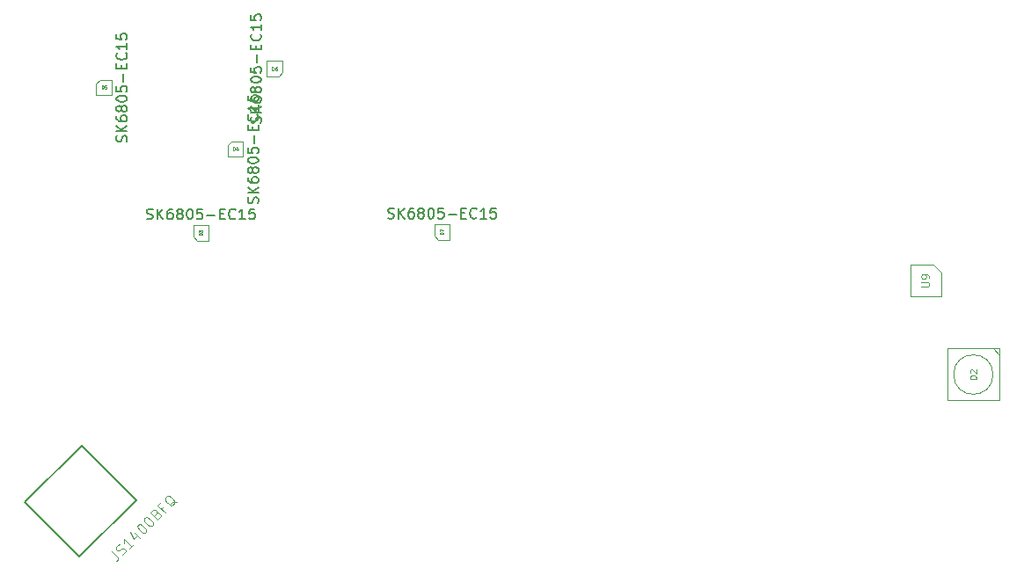
<source format=gbr>
G04 #@! TF.GenerationSoftware,KiCad,Pcbnew,5.1.10*
G04 #@! TF.CreationDate,2021-11-14T12:13:50+01:00*
G04 #@! TF.ProjectId,mch2021,6d636832-3032-4312-9e6b-696361645f70,3*
G04 #@! TF.SameCoordinates,Original*
G04 #@! TF.FileFunction,Other,Fab,Top*
%FSLAX46Y46*%
G04 Gerber Fmt 4.6, Leading zero omitted, Abs format (unit mm)*
G04 Created by KiCad (PCBNEW 5.1.10) date 2021-11-14 12:13:50*
%MOMM*%
%LPD*%
G01*
G04 APERTURE LIST*
%ADD10C,0.100000*%
%ADD11C,0.127000*%
%ADD12C,0.150000*%
%ADD13C,0.050000*%
%ADD14C,0.110000*%
%ADD15C,0.060000*%
%ADD16C,0.015000*%
G04 APERTURE END LIST*
D10*
X-16483380Y26374720D02*
X-16483380Y24874720D01*
X-17983380Y26374720D02*
X-16483380Y26374720D01*
X-17983380Y25249720D02*
X-17983380Y26374720D01*
X-16483380Y24874720D02*
X-17608380Y24874720D01*
X-17608380Y24874720D02*
X-17983380Y25249720D01*
X-34109840Y42110020D02*
X-32609840Y42110020D01*
X-34109840Y40610020D02*
X-34109840Y42110020D01*
X-32984840Y40610020D02*
X-34109840Y40610020D01*
X-32609840Y42110020D02*
X-32609840Y40985020D01*
X-32609840Y40985020D02*
X-32984840Y40610020D01*
X-49018240Y38783760D02*
X-50518240Y38783760D01*
X-49018240Y40283760D02*
X-49018240Y38783760D01*
X-50143240Y40283760D02*
X-49018240Y40283760D01*
X-50518240Y38783760D02*
X-50518240Y39908760D01*
X-50518240Y39908760D02*
X-50143240Y40283760D01*
X-36376660Y32860480D02*
X-37876660Y32860480D01*
X-36376660Y34360480D02*
X-36376660Y32860480D01*
X-37501660Y34360480D02*
X-36376660Y34360480D01*
X-37876660Y32860480D02*
X-37876660Y33985480D01*
X-37876660Y33985480D02*
X-37501660Y34360480D01*
X-39691360Y26303600D02*
X-39691360Y24803600D01*
X-41191360Y26303600D02*
X-39691360Y26303600D01*
X-41191360Y25178600D02*
X-41191360Y26303600D01*
X-39691360Y24803600D02*
X-40816360Y24803600D01*
X-40816360Y24803600D02*
X-41191360Y25178600D01*
X30810000Y21690000D02*
X30810000Y19440000D01*
X30810000Y19440000D02*
X27810000Y19440000D01*
X27810000Y19440000D02*
X27810000Y22440000D01*
X27810000Y22440000D02*
X30060000Y22440000D01*
X30060000Y22440000D02*
X30810000Y21690000D01*
X35790000Y14400000D02*
X36390000Y13800000D01*
X36390000Y9400000D02*
X36390000Y14400000D01*
X31390000Y9400000D02*
X36390000Y9400000D01*
X31390000Y14400000D02*
X31390000Y9400000D01*
X36390000Y14400000D02*
X31390000Y14400000D01*
X35790000Y11900000D02*
G75*
G03*
X35790000Y11900000I-1900000J0D01*
G01*
D11*
X-52139986Y-5634636D02*
X-57372576Y-402046D01*
X-57372576Y-402046D02*
X-51927854Y5042676D01*
X-51927854Y5042676D02*
X-46695264Y-189914D01*
X-46695264Y-189914D02*
X-52139986Y-5634636D01*
D12*
X-22447665Y26969958D02*
X-22304808Y26922339D01*
X-22066713Y26922339D01*
X-21971475Y26969958D01*
X-21923856Y27017577D01*
X-21876237Y27112815D01*
X-21876237Y27208053D01*
X-21923856Y27303291D01*
X-21971475Y27350910D01*
X-22066713Y27398529D01*
X-22257189Y27446148D01*
X-22352427Y27493767D01*
X-22400046Y27541386D01*
X-22447665Y27636624D01*
X-22447665Y27731862D01*
X-22400046Y27827100D01*
X-22352427Y27874720D01*
X-22257189Y27922339D01*
X-22019094Y27922339D01*
X-21876237Y27874720D01*
X-21447665Y26922339D02*
X-21447665Y27922339D01*
X-20876237Y26922339D02*
X-21304808Y27493767D01*
X-20876237Y27922339D02*
X-21447665Y27350910D01*
X-20019094Y27922339D02*
X-20209570Y27922339D01*
X-20304808Y27874720D01*
X-20352427Y27827100D01*
X-20447665Y27684243D01*
X-20495284Y27493767D01*
X-20495284Y27112815D01*
X-20447665Y27017577D01*
X-20400046Y26969958D01*
X-20304808Y26922339D01*
X-20114332Y26922339D01*
X-20019094Y26969958D01*
X-19971475Y27017577D01*
X-19923856Y27112815D01*
X-19923856Y27350910D01*
X-19971475Y27446148D01*
X-20019094Y27493767D01*
X-20114332Y27541386D01*
X-20304808Y27541386D01*
X-20400046Y27493767D01*
X-20447665Y27446148D01*
X-20495284Y27350910D01*
X-19352427Y27493767D02*
X-19447665Y27541386D01*
X-19495284Y27589005D01*
X-19542903Y27684243D01*
X-19542903Y27731862D01*
X-19495284Y27827100D01*
X-19447665Y27874720D01*
X-19352427Y27922339D01*
X-19161951Y27922339D01*
X-19066713Y27874720D01*
X-19019094Y27827100D01*
X-18971475Y27731862D01*
X-18971475Y27684243D01*
X-19019094Y27589005D01*
X-19066713Y27541386D01*
X-19161951Y27493767D01*
X-19352427Y27493767D01*
X-19447665Y27446148D01*
X-19495284Y27398529D01*
X-19542903Y27303291D01*
X-19542903Y27112815D01*
X-19495284Y27017577D01*
X-19447665Y26969958D01*
X-19352427Y26922339D01*
X-19161951Y26922339D01*
X-19066713Y26969958D01*
X-19019094Y27017577D01*
X-18971475Y27112815D01*
X-18971475Y27303291D01*
X-19019094Y27398529D01*
X-19066713Y27446148D01*
X-19161951Y27493767D01*
X-18352427Y27922339D02*
X-18257189Y27922339D01*
X-18161951Y27874720D01*
X-18114332Y27827100D01*
X-18066713Y27731862D01*
X-18019094Y27541386D01*
X-18019094Y27303291D01*
X-18066713Y27112815D01*
X-18114332Y27017577D01*
X-18161951Y26969958D01*
X-18257189Y26922339D01*
X-18352427Y26922339D01*
X-18447665Y26969958D01*
X-18495284Y27017577D01*
X-18542903Y27112815D01*
X-18590522Y27303291D01*
X-18590522Y27541386D01*
X-18542903Y27731862D01*
X-18495284Y27827100D01*
X-18447665Y27874720D01*
X-18352427Y27922339D01*
X-17114332Y27922339D02*
X-17590522Y27922339D01*
X-17638141Y27446148D01*
X-17590522Y27493767D01*
X-17495284Y27541386D01*
X-17257189Y27541386D01*
X-17161951Y27493767D01*
X-17114332Y27446148D01*
X-17066713Y27350910D01*
X-17066713Y27112815D01*
X-17114332Y27017577D01*
X-17161951Y26969958D01*
X-17257189Y26922339D01*
X-17495284Y26922339D01*
X-17590522Y26969958D01*
X-17638141Y27017577D01*
X-16638141Y27303291D02*
X-15876237Y27303291D01*
X-15400046Y27446148D02*
X-15066713Y27446148D01*
X-14923856Y26922339D02*
X-15400046Y26922339D01*
X-15400046Y27922339D01*
X-14923856Y27922339D01*
X-13923856Y27017577D02*
X-13971475Y26969958D01*
X-14114332Y26922339D01*
X-14209570Y26922339D01*
X-14352427Y26969958D01*
X-14447665Y27065196D01*
X-14495284Y27160434D01*
X-14542903Y27350910D01*
X-14542903Y27493767D01*
X-14495284Y27684243D01*
X-14447665Y27779481D01*
X-14352427Y27874720D01*
X-14209570Y27922339D01*
X-14114332Y27922339D01*
X-13971475Y27874720D01*
X-13923856Y27827100D01*
X-12971475Y26922339D02*
X-13542903Y26922339D01*
X-13257189Y26922339D02*
X-13257189Y27922339D01*
X-13352427Y27779481D01*
X-13447665Y27684243D01*
X-13542903Y27636624D01*
X-12066713Y27922339D02*
X-12542903Y27922339D01*
X-12590522Y27446148D01*
X-12542903Y27493767D01*
X-12447665Y27541386D01*
X-12209570Y27541386D01*
X-12114332Y27493767D01*
X-12066713Y27446148D01*
X-12019094Y27350910D01*
X-12019094Y27112815D01*
X-12066713Y27017577D01*
X-12114332Y26969958D01*
X-12209570Y26922339D01*
X-12447665Y26922339D01*
X-12542903Y26969958D01*
X-12590522Y27017577D01*
D13*
X-17122665Y25403291D02*
X-17422665Y25403291D01*
X-17422665Y25474720D01*
X-17408380Y25517577D01*
X-17379808Y25546148D01*
X-17351237Y25560434D01*
X-17294094Y25574720D01*
X-17251237Y25574720D01*
X-17194094Y25560434D01*
X-17165522Y25546148D01*
X-17136951Y25517577D01*
X-17122665Y25474720D01*
X-17122665Y25403291D01*
X-17422665Y25674720D02*
X-17422665Y25874720D01*
X-17122665Y25746148D01*
D12*
X-34705078Y36145734D02*
X-34657459Y36288591D01*
X-34657459Y36526686D01*
X-34705078Y36621924D01*
X-34752697Y36669543D01*
X-34847935Y36717162D01*
X-34943173Y36717162D01*
X-35038411Y36669543D01*
X-35086030Y36621924D01*
X-35133649Y36526686D01*
X-35181268Y36336210D01*
X-35228887Y36240972D01*
X-35276506Y36193353D01*
X-35371744Y36145734D01*
X-35466982Y36145734D01*
X-35562220Y36193353D01*
X-35609840Y36240972D01*
X-35657459Y36336210D01*
X-35657459Y36574305D01*
X-35609840Y36717162D01*
X-34657459Y37145734D02*
X-35657459Y37145734D01*
X-34657459Y37717162D02*
X-35228887Y37288591D01*
X-35657459Y37717162D02*
X-35086030Y37145734D01*
X-35657459Y38574305D02*
X-35657459Y38383829D01*
X-35609840Y38288591D01*
X-35562220Y38240972D01*
X-35419363Y38145734D01*
X-35228887Y38098115D01*
X-34847935Y38098115D01*
X-34752697Y38145734D01*
X-34705078Y38193353D01*
X-34657459Y38288591D01*
X-34657459Y38479067D01*
X-34705078Y38574305D01*
X-34752697Y38621924D01*
X-34847935Y38669543D01*
X-35086030Y38669543D01*
X-35181268Y38621924D01*
X-35228887Y38574305D01*
X-35276506Y38479067D01*
X-35276506Y38288591D01*
X-35228887Y38193353D01*
X-35181268Y38145734D01*
X-35086030Y38098115D01*
X-35228887Y39240972D02*
X-35276506Y39145734D01*
X-35324125Y39098115D01*
X-35419363Y39050496D01*
X-35466982Y39050496D01*
X-35562220Y39098115D01*
X-35609840Y39145734D01*
X-35657459Y39240972D01*
X-35657459Y39431448D01*
X-35609840Y39526686D01*
X-35562220Y39574305D01*
X-35466982Y39621924D01*
X-35419363Y39621924D01*
X-35324125Y39574305D01*
X-35276506Y39526686D01*
X-35228887Y39431448D01*
X-35228887Y39240972D01*
X-35181268Y39145734D01*
X-35133649Y39098115D01*
X-35038411Y39050496D01*
X-34847935Y39050496D01*
X-34752697Y39098115D01*
X-34705078Y39145734D01*
X-34657459Y39240972D01*
X-34657459Y39431448D01*
X-34705078Y39526686D01*
X-34752697Y39574305D01*
X-34847935Y39621924D01*
X-35038411Y39621924D01*
X-35133649Y39574305D01*
X-35181268Y39526686D01*
X-35228887Y39431448D01*
X-35657459Y40240972D02*
X-35657459Y40336210D01*
X-35609840Y40431448D01*
X-35562220Y40479067D01*
X-35466982Y40526686D01*
X-35276506Y40574305D01*
X-35038411Y40574305D01*
X-34847935Y40526686D01*
X-34752697Y40479067D01*
X-34705078Y40431448D01*
X-34657459Y40336210D01*
X-34657459Y40240972D01*
X-34705078Y40145734D01*
X-34752697Y40098115D01*
X-34847935Y40050496D01*
X-35038411Y40002877D01*
X-35276506Y40002877D01*
X-35466982Y40050496D01*
X-35562220Y40098115D01*
X-35609840Y40145734D01*
X-35657459Y40240972D01*
X-35657459Y41479067D02*
X-35657459Y41002877D01*
X-35181268Y40955258D01*
X-35228887Y41002877D01*
X-35276506Y41098115D01*
X-35276506Y41336210D01*
X-35228887Y41431448D01*
X-35181268Y41479067D01*
X-35086030Y41526686D01*
X-34847935Y41526686D01*
X-34752697Y41479067D01*
X-34705078Y41431448D01*
X-34657459Y41336210D01*
X-34657459Y41098115D01*
X-34705078Y41002877D01*
X-34752697Y40955258D01*
X-35038411Y41955258D02*
X-35038411Y42717162D01*
X-35181268Y43193353D02*
X-35181268Y43526686D01*
X-34657459Y43669543D02*
X-34657459Y43193353D01*
X-35657459Y43193353D01*
X-35657459Y43669543D01*
X-34752697Y44669543D02*
X-34705078Y44621924D01*
X-34657459Y44479067D01*
X-34657459Y44383829D01*
X-34705078Y44240972D01*
X-34800316Y44145734D01*
X-34895554Y44098115D01*
X-35086030Y44050496D01*
X-35228887Y44050496D01*
X-35419363Y44098115D01*
X-35514601Y44145734D01*
X-35609840Y44240972D01*
X-35657459Y44383829D01*
X-35657459Y44479067D01*
X-35609840Y44621924D01*
X-35562220Y44669543D01*
X-34657459Y45621924D02*
X-34657459Y45050496D01*
X-34657459Y45336210D02*
X-35657459Y45336210D01*
X-35514601Y45240972D01*
X-35419363Y45145734D01*
X-35371744Y45050496D01*
X-35657459Y46526686D02*
X-35657459Y46050496D01*
X-35181268Y46002877D01*
X-35228887Y46050496D01*
X-35276506Y46145734D01*
X-35276506Y46383829D01*
X-35228887Y46479067D01*
X-35181268Y46526686D01*
X-35086030Y46574305D01*
X-34847935Y46574305D01*
X-34752697Y46526686D01*
X-34705078Y46479067D01*
X-34657459Y46383829D01*
X-34657459Y46145734D01*
X-34705078Y46050496D01*
X-34752697Y46002877D01*
D13*
X-33581268Y41199305D02*
X-33581268Y41499305D01*
X-33509840Y41499305D01*
X-33466982Y41485020D01*
X-33438411Y41456448D01*
X-33424125Y41427877D01*
X-33409840Y41370734D01*
X-33409840Y41327877D01*
X-33424125Y41270734D01*
X-33438411Y41242162D01*
X-33466982Y41213591D01*
X-33509840Y41199305D01*
X-33581268Y41199305D01*
X-33152697Y41499305D02*
X-33209840Y41499305D01*
X-33238411Y41485020D01*
X-33252697Y41470734D01*
X-33281268Y41427877D01*
X-33295554Y41370734D01*
X-33295554Y41256448D01*
X-33281268Y41227877D01*
X-33266982Y41213591D01*
X-33238411Y41199305D01*
X-33181268Y41199305D01*
X-33152697Y41213591D01*
X-33138411Y41227877D01*
X-33124125Y41256448D01*
X-33124125Y41327877D01*
X-33138411Y41356448D01*
X-33152697Y41370734D01*
X-33181268Y41385020D01*
X-33238411Y41385020D01*
X-33266982Y41370734D01*
X-33281268Y41356448D01*
X-33295554Y41327877D01*
D12*
X-47613478Y34319474D02*
X-47565859Y34462331D01*
X-47565859Y34700426D01*
X-47613478Y34795664D01*
X-47661097Y34843283D01*
X-47756335Y34890902D01*
X-47851573Y34890902D01*
X-47946811Y34843283D01*
X-47994430Y34795664D01*
X-48042049Y34700426D01*
X-48089668Y34509950D01*
X-48137287Y34414712D01*
X-48184906Y34367093D01*
X-48280144Y34319474D01*
X-48375382Y34319474D01*
X-48470620Y34367093D01*
X-48518240Y34414712D01*
X-48565859Y34509950D01*
X-48565859Y34748045D01*
X-48518240Y34890902D01*
X-47565859Y35319474D02*
X-48565859Y35319474D01*
X-47565859Y35890902D02*
X-48137287Y35462331D01*
X-48565859Y35890902D02*
X-47994430Y35319474D01*
X-48565859Y36748045D02*
X-48565859Y36557569D01*
X-48518240Y36462331D01*
X-48470620Y36414712D01*
X-48327763Y36319474D01*
X-48137287Y36271855D01*
X-47756335Y36271855D01*
X-47661097Y36319474D01*
X-47613478Y36367093D01*
X-47565859Y36462331D01*
X-47565859Y36652807D01*
X-47613478Y36748045D01*
X-47661097Y36795664D01*
X-47756335Y36843283D01*
X-47994430Y36843283D01*
X-48089668Y36795664D01*
X-48137287Y36748045D01*
X-48184906Y36652807D01*
X-48184906Y36462331D01*
X-48137287Y36367093D01*
X-48089668Y36319474D01*
X-47994430Y36271855D01*
X-48137287Y37414712D02*
X-48184906Y37319474D01*
X-48232525Y37271855D01*
X-48327763Y37224236D01*
X-48375382Y37224236D01*
X-48470620Y37271855D01*
X-48518240Y37319474D01*
X-48565859Y37414712D01*
X-48565859Y37605188D01*
X-48518240Y37700426D01*
X-48470620Y37748045D01*
X-48375382Y37795664D01*
X-48327763Y37795664D01*
X-48232525Y37748045D01*
X-48184906Y37700426D01*
X-48137287Y37605188D01*
X-48137287Y37414712D01*
X-48089668Y37319474D01*
X-48042049Y37271855D01*
X-47946811Y37224236D01*
X-47756335Y37224236D01*
X-47661097Y37271855D01*
X-47613478Y37319474D01*
X-47565859Y37414712D01*
X-47565859Y37605188D01*
X-47613478Y37700426D01*
X-47661097Y37748045D01*
X-47756335Y37795664D01*
X-47946811Y37795664D01*
X-48042049Y37748045D01*
X-48089668Y37700426D01*
X-48137287Y37605188D01*
X-48565859Y38414712D02*
X-48565859Y38509950D01*
X-48518240Y38605188D01*
X-48470620Y38652807D01*
X-48375382Y38700426D01*
X-48184906Y38748045D01*
X-47946811Y38748045D01*
X-47756335Y38700426D01*
X-47661097Y38652807D01*
X-47613478Y38605188D01*
X-47565859Y38509950D01*
X-47565859Y38414712D01*
X-47613478Y38319474D01*
X-47661097Y38271855D01*
X-47756335Y38224236D01*
X-47946811Y38176617D01*
X-48184906Y38176617D01*
X-48375382Y38224236D01*
X-48470620Y38271855D01*
X-48518240Y38319474D01*
X-48565859Y38414712D01*
X-48565859Y39652807D02*
X-48565859Y39176617D01*
X-48089668Y39128998D01*
X-48137287Y39176617D01*
X-48184906Y39271855D01*
X-48184906Y39509950D01*
X-48137287Y39605188D01*
X-48089668Y39652807D01*
X-47994430Y39700426D01*
X-47756335Y39700426D01*
X-47661097Y39652807D01*
X-47613478Y39605188D01*
X-47565859Y39509950D01*
X-47565859Y39271855D01*
X-47613478Y39176617D01*
X-47661097Y39128998D01*
X-47946811Y40128998D02*
X-47946811Y40890902D01*
X-48089668Y41367093D02*
X-48089668Y41700426D01*
X-47565859Y41843283D02*
X-47565859Y41367093D01*
X-48565859Y41367093D01*
X-48565859Y41843283D01*
X-47661097Y42843283D02*
X-47613478Y42795664D01*
X-47565859Y42652807D01*
X-47565859Y42557569D01*
X-47613478Y42414712D01*
X-47708716Y42319474D01*
X-47803954Y42271855D01*
X-47994430Y42224236D01*
X-48137287Y42224236D01*
X-48327763Y42271855D01*
X-48423001Y42319474D01*
X-48518240Y42414712D01*
X-48565859Y42557569D01*
X-48565859Y42652807D01*
X-48518240Y42795664D01*
X-48470620Y42843283D01*
X-47565859Y43795664D02*
X-47565859Y43224236D01*
X-47565859Y43509950D02*
X-48565859Y43509950D01*
X-48423001Y43414712D01*
X-48327763Y43319474D01*
X-48280144Y43224236D01*
X-48565859Y44700426D02*
X-48565859Y44224236D01*
X-48089668Y44176617D01*
X-48137287Y44224236D01*
X-48184906Y44319474D01*
X-48184906Y44557569D01*
X-48137287Y44652807D01*
X-48089668Y44700426D01*
X-47994430Y44748045D01*
X-47756335Y44748045D01*
X-47661097Y44700426D01*
X-47613478Y44652807D01*
X-47565859Y44557569D01*
X-47565859Y44319474D01*
X-47613478Y44224236D01*
X-47661097Y44176617D01*
D13*
X-49989668Y39423045D02*
X-49989668Y39723045D01*
X-49918240Y39723045D01*
X-49875382Y39708760D01*
X-49846811Y39680188D01*
X-49832525Y39651617D01*
X-49818240Y39594474D01*
X-49818240Y39551617D01*
X-49832525Y39494474D01*
X-49846811Y39465902D01*
X-49875382Y39437331D01*
X-49918240Y39423045D01*
X-49989668Y39423045D01*
X-49546811Y39723045D02*
X-49689668Y39723045D01*
X-49703954Y39580188D01*
X-49689668Y39594474D01*
X-49661097Y39608760D01*
X-49589668Y39608760D01*
X-49561097Y39594474D01*
X-49546811Y39580188D01*
X-49532525Y39551617D01*
X-49532525Y39480188D01*
X-49546811Y39451617D01*
X-49561097Y39437331D01*
X-49589668Y39423045D01*
X-49661097Y39423045D01*
X-49689668Y39437331D01*
X-49703954Y39451617D01*
D12*
X-34971898Y28396194D02*
X-34924279Y28539051D01*
X-34924279Y28777146D01*
X-34971898Y28872384D01*
X-35019517Y28920003D01*
X-35114755Y28967622D01*
X-35209993Y28967622D01*
X-35305231Y28920003D01*
X-35352850Y28872384D01*
X-35400469Y28777146D01*
X-35448088Y28586670D01*
X-35495707Y28491432D01*
X-35543326Y28443813D01*
X-35638564Y28396194D01*
X-35733802Y28396194D01*
X-35829040Y28443813D01*
X-35876660Y28491432D01*
X-35924279Y28586670D01*
X-35924279Y28824765D01*
X-35876660Y28967622D01*
X-34924279Y29396194D02*
X-35924279Y29396194D01*
X-34924279Y29967622D02*
X-35495707Y29539051D01*
X-35924279Y29967622D02*
X-35352850Y29396194D01*
X-35924279Y30824765D02*
X-35924279Y30634289D01*
X-35876660Y30539051D01*
X-35829040Y30491432D01*
X-35686183Y30396194D01*
X-35495707Y30348575D01*
X-35114755Y30348575D01*
X-35019517Y30396194D01*
X-34971898Y30443813D01*
X-34924279Y30539051D01*
X-34924279Y30729527D01*
X-34971898Y30824765D01*
X-35019517Y30872384D01*
X-35114755Y30920003D01*
X-35352850Y30920003D01*
X-35448088Y30872384D01*
X-35495707Y30824765D01*
X-35543326Y30729527D01*
X-35543326Y30539051D01*
X-35495707Y30443813D01*
X-35448088Y30396194D01*
X-35352850Y30348575D01*
X-35495707Y31491432D02*
X-35543326Y31396194D01*
X-35590945Y31348575D01*
X-35686183Y31300956D01*
X-35733802Y31300956D01*
X-35829040Y31348575D01*
X-35876660Y31396194D01*
X-35924279Y31491432D01*
X-35924279Y31681908D01*
X-35876660Y31777146D01*
X-35829040Y31824765D01*
X-35733802Y31872384D01*
X-35686183Y31872384D01*
X-35590945Y31824765D01*
X-35543326Y31777146D01*
X-35495707Y31681908D01*
X-35495707Y31491432D01*
X-35448088Y31396194D01*
X-35400469Y31348575D01*
X-35305231Y31300956D01*
X-35114755Y31300956D01*
X-35019517Y31348575D01*
X-34971898Y31396194D01*
X-34924279Y31491432D01*
X-34924279Y31681908D01*
X-34971898Y31777146D01*
X-35019517Y31824765D01*
X-35114755Y31872384D01*
X-35305231Y31872384D01*
X-35400469Y31824765D01*
X-35448088Y31777146D01*
X-35495707Y31681908D01*
X-35924279Y32491432D02*
X-35924279Y32586670D01*
X-35876660Y32681908D01*
X-35829040Y32729527D01*
X-35733802Y32777146D01*
X-35543326Y32824765D01*
X-35305231Y32824765D01*
X-35114755Y32777146D01*
X-35019517Y32729527D01*
X-34971898Y32681908D01*
X-34924279Y32586670D01*
X-34924279Y32491432D01*
X-34971898Y32396194D01*
X-35019517Y32348575D01*
X-35114755Y32300956D01*
X-35305231Y32253337D01*
X-35543326Y32253337D01*
X-35733802Y32300956D01*
X-35829040Y32348575D01*
X-35876660Y32396194D01*
X-35924279Y32491432D01*
X-35924279Y33729527D02*
X-35924279Y33253337D01*
X-35448088Y33205718D01*
X-35495707Y33253337D01*
X-35543326Y33348575D01*
X-35543326Y33586670D01*
X-35495707Y33681908D01*
X-35448088Y33729527D01*
X-35352850Y33777146D01*
X-35114755Y33777146D01*
X-35019517Y33729527D01*
X-34971898Y33681908D01*
X-34924279Y33586670D01*
X-34924279Y33348575D01*
X-34971898Y33253337D01*
X-35019517Y33205718D01*
X-35305231Y34205718D02*
X-35305231Y34967622D01*
X-35448088Y35443813D02*
X-35448088Y35777146D01*
X-34924279Y35920003D02*
X-34924279Y35443813D01*
X-35924279Y35443813D01*
X-35924279Y35920003D01*
X-35019517Y36920003D02*
X-34971898Y36872384D01*
X-34924279Y36729527D01*
X-34924279Y36634289D01*
X-34971898Y36491432D01*
X-35067136Y36396194D01*
X-35162374Y36348575D01*
X-35352850Y36300956D01*
X-35495707Y36300956D01*
X-35686183Y36348575D01*
X-35781421Y36396194D01*
X-35876660Y36491432D01*
X-35924279Y36634289D01*
X-35924279Y36729527D01*
X-35876660Y36872384D01*
X-35829040Y36920003D01*
X-34924279Y37872384D02*
X-34924279Y37300956D01*
X-34924279Y37586670D02*
X-35924279Y37586670D01*
X-35781421Y37491432D01*
X-35686183Y37396194D01*
X-35638564Y37300956D01*
X-35924279Y38777146D02*
X-35924279Y38300956D01*
X-35448088Y38253337D01*
X-35495707Y38300956D01*
X-35543326Y38396194D01*
X-35543326Y38634289D01*
X-35495707Y38729527D01*
X-35448088Y38777146D01*
X-35352850Y38824765D01*
X-35114755Y38824765D01*
X-35019517Y38777146D01*
X-34971898Y38729527D01*
X-34924279Y38634289D01*
X-34924279Y38396194D01*
X-34971898Y38300956D01*
X-35019517Y38253337D01*
D13*
X-37348088Y33499765D02*
X-37348088Y33799765D01*
X-37276660Y33799765D01*
X-37233802Y33785480D01*
X-37205231Y33756908D01*
X-37190945Y33728337D01*
X-37176660Y33671194D01*
X-37176660Y33628337D01*
X-37190945Y33571194D01*
X-37205231Y33542622D01*
X-37233802Y33514051D01*
X-37276660Y33499765D01*
X-37348088Y33499765D01*
X-36919517Y33699765D02*
X-36919517Y33499765D01*
X-36990945Y33814051D02*
X-37062374Y33599765D01*
X-36876660Y33599765D01*
D12*
X-45655645Y26898838D02*
X-45512788Y26851219D01*
X-45274693Y26851219D01*
X-45179455Y26898838D01*
X-45131836Y26946457D01*
X-45084217Y27041695D01*
X-45084217Y27136933D01*
X-45131836Y27232171D01*
X-45179455Y27279790D01*
X-45274693Y27327409D01*
X-45465169Y27375028D01*
X-45560407Y27422647D01*
X-45608026Y27470266D01*
X-45655645Y27565504D01*
X-45655645Y27660742D01*
X-45608026Y27755980D01*
X-45560407Y27803600D01*
X-45465169Y27851219D01*
X-45227074Y27851219D01*
X-45084217Y27803600D01*
X-44655645Y26851219D02*
X-44655645Y27851219D01*
X-44084217Y26851219D02*
X-44512788Y27422647D01*
X-44084217Y27851219D02*
X-44655645Y27279790D01*
X-43227074Y27851219D02*
X-43417550Y27851219D01*
X-43512788Y27803600D01*
X-43560407Y27755980D01*
X-43655645Y27613123D01*
X-43703264Y27422647D01*
X-43703264Y27041695D01*
X-43655645Y26946457D01*
X-43608026Y26898838D01*
X-43512788Y26851219D01*
X-43322312Y26851219D01*
X-43227074Y26898838D01*
X-43179455Y26946457D01*
X-43131836Y27041695D01*
X-43131836Y27279790D01*
X-43179455Y27375028D01*
X-43227074Y27422647D01*
X-43322312Y27470266D01*
X-43512788Y27470266D01*
X-43608026Y27422647D01*
X-43655645Y27375028D01*
X-43703264Y27279790D01*
X-42560407Y27422647D02*
X-42655645Y27470266D01*
X-42703264Y27517885D01*
X-42750883Y27613123D01*
X-42750883Y27660742D01*
X-42703264Y27755980D01*
X-42655645Y27803600D01*
X-42560407Y27851219D01*
X-42369931Y27851219D01*
X-42274693Y27803600D01*
X-42227074Y27755980D01*
X-42179455Y27660742D01*
X-42179455Y27613123D01*
X-42227074Y27517885D01*
X-42274693Y27470266D01*
X-42369931Y27422647D01*
X-42560407Y27422647D01*
X-42655645Y27375028D01*
X-42703264Y27327409D01*
X-42750883Y27232171D01*
X-42750883Y27041695D01*
X-42703264Y26946457D01*
X-42655645Y26898838D01*
X-42560407Y26851219D01*
X-42369931Y26851219D01*
X-42274693Y26898838D01*
X-42227074Y26946457D01*
X-42179455Y27041695D01*
X-42179455Y27232171D01*
X-42227074Y27327409D01*
X-42274693Y27375028D01*
X-42369931Y27422647D01*
X-41560407Y27851219D02*
X-41465169Y27851219D01*
X-41369931Y27803600D01*
X-41322312Y27755980D01*
X-41274693Y27660742D01*
X-41227074Y27470266D01*
X-41227074Y27232171D01*
X-41274693Y27041695D01*
X-41322312Y26946457D01*
X-41369931Y26898838D01*
X-41465169Y26851219D01*
X-41560407Y26851219D01*
X-41655645Y26898838D01*
X-41703264Y26946457D01*
X-41750883Y27041695D01*
X-41798502Y27232171D01*
X-41798502Y27470266D01*
X-41750883Y27660742D01*
X-41703264Y27755980D01*
X-41655645Y27803600D01*
X-41560407Y27851219D01*
X-40322312Y27851219D02*
X-40798502Y27851219D01*
X-40846121Y27375028D01*
X-40798502Y27422647D01*
X-40703264Y27470266D01*
X-40465169Y27470266D01*
X-40369931Y27422647D01*
X-40322312Y27375028D01*
X-40274693Y27279790D01*
X-40274693Y27041695D01*
X-40322312Y26946457D01*
X-40369931Y26898838D01*
X-40465169Y26851219D01*
X-40703264Y26851219D01*
X-40798502Y26898838D01*
X-40846121Y26946457D01*
X-39846121Y27232171D02*
X-39084217Y27232171D01*
X-38608026Y27375028D02*
X-38274693Y27375028D01*
X-38131836Y26851219D02*
X-38608026Y26851219D01*
X-38608026Y27851219D01*
X-38131836Y27851219D01*
X-37131836Y26946457D02*
X-37179455Y26898838D01*
X-37322312Y26851219D01*
X-37417550Y26851219D01*
X-37560407Y26898838D01*
X-37655645Y26994076D01*
X-37703264Y27089314D01*
X-37750883Y27279790D01*
X-37750883Y27422647D01*
X-37703264Y27613123D01*
X-37655645Y27708361D01*
X-37560407Y27803600D01*
X-37417550Y27851219D01*
X-37322312Y27851219D01*
X-37179455Y27803600D01*
X-37131836Y27755980D01*
X-36179455Y26851219D02*
X-36750883Y26851219D01*
X-36465169Y26851219D02*
X-36465169Y27851219D01*
X-36560407Y27708361D01*
X-36655645Y27613123D01*
X-36750883Y27565504D01*
X-35274693Y27851219D02*
X-35750883Y27851219D01*
X-35798502Y27375028D01*
X-35750883Y27422647D01*
X-35655645Y27470266D01*
X-35417550Y27470266D01*
X-35322312Y27422647D01*
X-35274693Y27375028D01*
X-35227074Y27279790D01*
X-35227074Y27041695D01*
X-35274693Y26946457D01*
X-35322312Y26898838D01*
X-35417550Y26851219D01*
X-35655645Y26851219D01*
X-35750883Y26898838D01*
X-35798502Y26946457D01*
D13*
X-40330645Y25332171D02*
X-40630645Y25332171D01*
X-40630645Y25403600D01*
X-40616360Y25446457D01*
X-40587788Y25475028D01*
X-40559217Y25489314D01*
X-40502074Y25503600D01*
X-40459217Y25503600D01*
X-40402074Y25489314D01*
X-40373502Y25475028D01*
X-40344931Y25446457D01*
X-40330645Y25403600D01*
X-40330645Y25332171D01*
X-40630645Y25603600D02*
X-40630645Y25789314D01*
X-40516360Y25689314D01*
X-40516360Y25732171D01*
X-40502074Y25760742D01*
X-40487788Y25775028D01*
X-40459217Y25789314D01*
X-40387788Y25789314D01*
X-40359217Y25775028D01*
X-40344931Y25760742D01*
X-40330645Y25732171D01*
X-40330645Y25646457D01*
X-40344931Y25617885D01*
X-40359217Y25603600D01*
D14*
X28899285Y20368571D02*
X29506428Y20368571D01*
X29577857Y20404285D01*
X29613571Y20440000D01*
X29649285Y20511428D01*
X29649285Y20654285D01*
X29613571Y20725714D01*
X29577857Y20761428D01*
X29506428Y20797142D01*
X28899285Y20797142D01*
X29649285Y21190000D02*
X29649285Y21332857D01*
X29613571Y21404285D01*
X29577857Y21440000D01*
X29470714Y21511428D01*
X29327857Y21547142D01*
X29042142Y21547142D01*
X28970714Y21511428D01*
X28935000Y21475714D01*
X28899285Y21404285D01*
X28899285Y21261428D01*
X28935000Y21190000D01*
X28970714Y21154285D01*
X29042142Y21118571D01*
X29220714Y21118571D01*
X29292142Y21154285D01*
X29327857Y21190000D01*
X29363571Y21261428D01*
X29363571Y21404285D01*
X29327857Y21475714D01*
X29292142Y21511428D01*
X29220714Y21547142D01*
D15*
X34161428Y11457142D02*
X33561428Y11457142D01*
X33561428Y11600000D01*
X33590000Y11685714D01*
X33647142Y11742857D01*
X33704285Y11771428D01*
X33818571Y11800000D01*
X33904285Y11800000D01*
X34018571Y11771428D01*
X34075714Y11742857D01*
X34132857Y11685714D01*
X34161428Y11600000D01*
X34161428Y11457142D01*
X33618571Y12028571D02*
X33590000Y12057142D01*
X33561428Y12114285D01*
X33561428Y12257142D01*
X33590000Y12314285D01*
X33618571Y12342857D01*
X33675714Y12371428D01*
X33732857Y12371428D01*
X33818571Y12342857D01*
X34161428Y12000000D01*
X34161428Y12371428D01*
D16*
X-49026481Y-5102805D02*
X-48520661Y-5608625D01*
X-48453218Y-5743510D01*
X-48453218Y-5878396D01*
X-48520661Y-6013281D01*
X-48588104Y-6080724D01*
X-48048562Y-5473740D02*
X-47913677Y-5406297D01*
X-47745071Y-5237691D01*
X-47711349Y-5136527D01*
X-47711349Y-5069084D01*
X-47745071Y-4967920D01*
X-47812513Y-4900477D01*
X-47913677Y-4866756D01*
X-47981120Y-4866756D01*
X-48082284Y-4900477D01*
X-48250890Y-5001641D01*
X-48352054Y-5035363D01*
X-48419497Y-5035363D01*
X-48520661Y-5001641D01*
X-48588104Y-4934199D01*
X-48621825Y-4833035D01*
X-48621825Y-4765592D01*
X-48588104Y-4664428D01*
X-48419497Y-4495822D01*
X-48284612Y-4428379D01*
X-46935759Y-4428379D02*
X-47340415Y-4833035D01*
X-47138087Y-4630707D02*
X-47846235Y-3922559D01*
X-47812513Y-4091166D01*
X-47812513Y-4226051D01*
X-47846235Y-4327215D01*
X-46800874Y-3349297D02*
X-46328775Y-3821395D01*
X-47239251Y-3248133D02*
X-46902038Y-3922559D01*
X-46463661Y-3484182D01*
X-46531103Y-2607428D02*
X-46463661Y-2539985D01*
X-46362497Y-2506264D01*
X-46295054Y-2506264D01*
X-46193890Y-2539985D01*
X-46025284Y-2641149D01*
X-45856677Y-2809756D01*
X-45755513Y-2978362D01*
X-45721792Y-3079526D01*
X-45721792Y-3146969D01*
X-45755513Y-3248133D01*
X-45822956Y-3315576D01*
X-45924120Y-3349297D01*
X-45991562Y-3349297D01*
X-46092726Y-3315576D01*
X-46261333Y-3214412D01*
X-46429939Y-3045805D01*
X-46531103Y-2877198D01*
X-46564825Y-2776035D01*
X-46564825Y-2708592D01*
X-46531103Y-2607428D01*
X-45856677Y-1933002D02*
X-45789234Y-1865559D01*
X-45688070Y-1831838D01*
X-45620628Y-1831838D01*
X-45519464Y-1865559D01*
X-45350857Y-1966723D01*
X-45182251Y-2135330D01*
X-45081087Y-2303936D01*
X-45047365Y-2405100D01*
X-45047365Y-2472543D01*
X-45081087Y-2573707D01*
X-45148529Y-2641149D01*
X-45249693Y-2674871D01*
X-45317136Y-2674871D01*
X-45418300Y-2641149D01*
X-45586906Y-2539985D01*
X-45755513Y-2371379D01*
X-45856677Y-2202772D01*
X-45890398Y-2101608D01*
X-45890398Y-2034166D01*
X-45856677Y-1933002D01*
X-44743873Y-1494625D02*
X-44608988Y-1427182D01*
X-44541546Y-1427182D01*
X-44440382Y-1460903D01*
X-44339218Y-1562067D01*
X-44305496Y-1663231D01*
X-44305496Y-1730674D01*
X-44339218Y-1831838D01*
X-44608988Y-2101608D01*
X-45317136Y-1393461D01*
X-45081087Y-1157411D01*
X-44979923Y-1123690D01*
X-44912480Y-1123690D01*
X-44811316Y-1157411D01*
X-44743873Y-1224854D01*
X-44710152Y-1326018D01*
X-44710152Y-1393461D01*
X-44743873Y-1494625D01*
X-44979923Y-1730674D01*
X-44035726Y-786477D02*
X-44271775Y-1022526D01*
X-43900841Y-1393461D02*
X-44608988Y-685313D01*
X-44271775Y-348100D01*
X-42754316Y-381821D02*
X-42855480Y-415542D01*
X-42990365Y-415542D01*
X-43192693Y-415542D01*
X-43293857Y-449264D01*
X-43361300Y-516706D01*
X-43158972Y-651592D02*
X-43260136Y-685313D01*
X-43395021Y-685313D01*
X-43563627Y-584149D01*
X-43799677Y-348100D01*
X-43900841Y-179493D01*
X-43900841Y-44608D01*
X-43867119Y56555D01*
X-43732234Y191440D01*
X-43631070Y225162D01*
X-43496185Y225162D01*
X-43327578Y123998D01*
X-43091529Y-112051D01*
X-42990365Y-280657D01*
X-42990365Y-415542D01*
X-43024086Y-516706D01*
X-43158972Y-651592D01*
M02*

</source>
